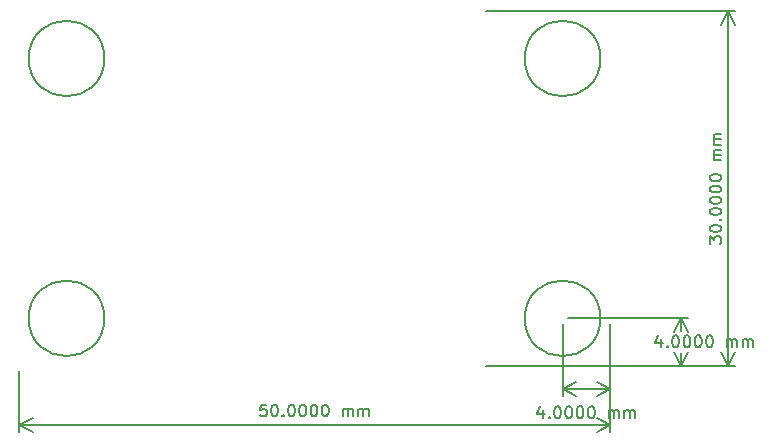
<source format=gbr>
%TF.GenerationSoftware,KiCad,Pcbnew,(6.0.6)*%
%TF.CreationDate,2022-09-16T10:14:36+09:00*%
%TF.ProjectId,LSM6DS3-breakout,4c534d36-4453-4332-9d62-7265616b6f75,rev?*%
%TF.SameCoordinates,Original*%
%TF.FileFunction,Other,Comment*%
%FSLAX46Y46*%
G04 Gerber Fmt 4.6, Leading zero omitted, Abs format (unit mm)*
G04 Created by KiCad (PCBNEW (6.0.6)) date 2022-09-16 10:14:36*
%MOMM*%
%LPD*%
G01*
G04 APERTURE LIST*
%ADD10C,0.150000*%
G04 APERTURE END LIST*
D10*
X158452380Y-84666666D02*
X158452380Y-84047619D01*
X158833333Y-84380952D01*
X158833333Y-84238095D01*
X158880952Y-84142857D01*
X158928571Y-84095238D01*
X159023809Y-84047619D01*
X159261904Y-84047619D01*
X159357142Y-84095238D01*
X159404761Y-84142857D01*
X159452380Y-84238095D01*
X159452380Y-84523809D01*
X159404761Y-84619047D01*
X159357142Y-84666666D01*
X158452380Y-83428571D02*
X158452380Y-83333333D01*
X158500000Y-83238095D01*
X158547619Y-83190476D01*
X158642857Y-83142857D01*
X158833333Y-83095238D01*
X159071428Y-83095238D01*
X159261904Y-83142857D01*
X159357142Y-83190476D01*
X159404761Y-83238095D01*
X159452380Y-83333333D01*
X159452380Y-83428571D01*
X159404761Y-83523809D01*
X159357142Y-83571428D01*
X159261904Y-83619047D01*
X159071428Y-83666666D01*
X158833333Y-83666666D01*
X158642857Y-83619047D01*
X158547619Y-83571428D01*
X158500000Y-83523809D01*
X158452380Y-83428571D01*
X159357142Y-82666666D02*
X159404761Y-82619047D01*
X159452380Y-82666666D01*
X159404761Y-82714285D01*
X159357142Y-82666666D01*
X159452380Y-82666666D01*
X158452380Y-82000000D02*
X158452380Y-81904761D01*
X158500000Y-81809523D01*
X158547619Y-81761904D01*
X158642857Y-81714285D01*
X158833333Y-81666666D01*
X159071428Y-81666666D01*
X159261904Y-81714285D01*
X159357142Y-81761904D01*
X159404761Y-81809523D01*
X159452380Y-81904761D01*
X159452380Y-82000000D01*
X159404761Y-82095238D01*
X159357142Y-82142857D01*
X159261904Y-82190476D01*
X159071428Y-82238095D01*
X158833333Y-82238095D01*
X158642857Y-82190476D01*
X158547619Y-82142857D01*
X158500000Y-82095238D01*
X158452380Y-82000000D01*
X158452380Y-81047619D02*
X158452380Y-80952380D01*
X158500000Y-80857142D01*
X158547619Y-80809523D01*
X158642857Y-80761904D01*
X158833333Y-80714285D01*
X159071428Y-80714285D01*
X159261904Y-80761904D01*
X159357142Y-80809523D01*
X159404761Y-80857142D01*
X159452380Y-80952380D01*
X159452380Y-81047619D01*
X159404761Y-81142857D01*
X159357142Y-81190476D01*
X159261904Y-81238095D01*
X159071428Y-81285714D01*
X158833333Y-81285714D01*
X158642857Y-81238095D01*
X158547619Y-81190476D01*
X158500000Y-81142857D01*
X158452380Y-81047619D01*
X158452380Y-80095238D02*
X158452380Y-80000000D01*
X158500000Y-79904761D01*
X158547619Y-79857142D01*
X158642857Y-79809523D01*
X158833333Y-79761904D01*
X159071428Y-79761904D01*
X159261904Y-79809523D01*
X159357142Y-79857142D01*
X159404761Y-79904761D01*
X159452380Y-80000000D01*
X159452380Y-80095238D01*
X159404761Y-80190476D01*
X159357142Y-80238095D01*
X159261904Y-80285714D01*
X159071428Y-80333333D01*
X158833333Y-80333333D01*
X158642857Y-80285714D01*
X158547619Y-80238095D01*
X158500000Y-80190476D01*
X158452380Y-80095238D01*
X158452380Y-79142857D02*
X158452380Y-79047619D01*
X158500000Y-78952380D01*
X158547619Y-78904761D01*
X158642857Y-78857142D01*
X158833333Y-78809523D01*
X159071428Y-78809523D01*
X159261904Y-78857142D01*
X159357142Y-78904761D01*
X159404761Y-78952380D01*
X159452380Y-79047619D01*
X159452380Y-79142857D01*
X159404761Y-79238095D01*
X159357142Y-79285714D01*
X159261904Y-79333333D01*
X159071428Y-79380952D01*
X158833333Y-79380952D01*
X158642857Y-79333333D01*
X158547619Y-79285714D01*
X158500000Y-79238095D01*
X158452380Y-79142857D01*
X159452380Y-77619047D02*
X158785714Y-77619047D01*
X158880952Y-77619047D02*
X158833333Y-77571428D01*
X158785714Y-77476190D01*
X158785714Y-77333333D01*
X158833333Y-77238095D01*
X158928571Y-77190476D01*
X159452380Y-77190476D01*
X158928571Y-77190476D02*
X158833333Y-77142857D01*
X158785714Y-77047619D01*
X158785714Y-76904761D01*
X158833333Y-76809523D01*
X158928571Y-76761904D01*
X159452380Y-76761904D01*
X159452380Y-76285714D02*
X158785714Y-76285714D01*
X158880952Y-76285714D02*
X158833333Y-76238095D01*
X158785714Y-76142857D01*
X158785714Y-76000000D01*
X158833333Y-75904761D01*
X158928571Y-75857142D01*
X159452380Y-75857142D01*
X158928571Y-75857142D02*
X158833333Y-75809523D01*
X158785714Y-75714285D01*
X158785714Y-75571428D01*
X158833333Y-75476190D01*
X158928571Y-75428571D01*
X159452380Y-75428571D01*
X139500000Y-65000000D02*
X160586420Y-65000000D01*
X139500000Y-95000000D02*
X160586420Y-95000000D01*
X160000000Y-65000000D02*
X160000000Y-95000000D01*
X160000000Y-65000000D02*
X160000000Y-95000000D01*
X160000000Y-65000000D02*
X159413579Y-66126504D01*
X160000000Y-65000000D02*
X160586421Y-66126504D01*
X160000000Y-95000000D02*
X160586421Y-93873496D01*
X160000000Y-95000000D02*
X159413579Y-93873496D01*
X120904761Y-98302380D02*
X120428571Y-98302380D01*
X120380952Y-98778571D01*
X120428571Y-98730952D01*
X120523809Y-98683333D01*
X120761904Y-98683333D01*
X120857142Y-98730952D01*
X120904761Y-98778571D01*
X120952380Y-98873809D01*
X120952380Y-99111904D01*
X120904761Y-99207142D01*
X120857142Y-99254761D01*
X120761904Y-99302380D01*
X120523809Y-99302380D01*
X120428571Y-99254761D01*
X120380952Y-99207142D01*
X121571428Y-98302380D02*
X121666666Y-98302380D01*
X121761904Y-98350000D01*
X121809523Y-98397619D01*
X121857142Y-98492857D01*
X121904761Y-98683333D01*
X121904761Y-98921428D01*
X121857142Y-99111904D01*
X121809523Y-99207142D01*
X121761904Y-99254761D01*
X121666666Y-99302380D01*
X121571428Y-99302380D01*
X121476190Y-99254761D01*
X121428571Y-99207142D01*
X121380952Y-99111904D01*
X121333333Y-98921428D01*
X121333333Y-98683333D01*
X121380952Y-98492857D01*
X121428571Y-98397619D01*
X121476190Y-98350000D01*
X121571428Y-98302380D01*
X122333333Y-99207142D02*
X122380952Y-99254761D01*
X122333333Y-99302380D01*
X122285714Y-99254761D01*
X122333333Y-99207142D01*
X122333333Y-99302380D01*
X123000000Y-98302380D02*
X123095238Y-98302380D01*
X123190476Y-98350000D01*
X123238095Y-98397619D01*
X123285714Y-98492857D01*
X123333333Y-98683333D01*
X123333333Y-98921428D01*
X123285714Y-99111904D01*
X123238095Y-99207142D01*
X123190476Y-99254761D01*
X123095238Y-99302380D01*
X123000000Y-99302380D01*
X122904761Y-99254761D01*
X122857142Y-99207142D01*
X122809523Y-99111904D01*
X122761904Y-98921428D01*
X122761904Y-98683333D01*
X122809523Y-98492857D01*
X122857142Y-98397619D01*
X122904761Y-98350000D01*
X123000000Y-98302380D01*
X123952380Y-98302380D02*
X124047619Y-98302380D01*
X124142857Y-98350000D01*
X124190476Y-98397619D01*
X124238095Y-98492857D01*
X124285714Y-98683333D01*
X124285714Y-98921428D01*
X124238095Y-99111904D01*
X124190476Y-99207142D01*
X124142857Y-99254761D01*
X124047619Y-99302380D01*
X123952380Y-99302380D01*
X123857142Y-99254761D01*
X123809523Y-99207142D01*
X123761904Y-99111904D01*
X123714285Y-98921428D01*
X123714285Y-98683333D01*
X123761904Y-98492857D01*
X123809523Y-98397619D01*
X123857142Y-98350000D01*
X123952380Y-98302380D01*
X124904761Y-98302380D02*
X125000000Y-98302380D01*
X125095238Y-98350000D01*
X125142857Y-98397619D01*
X125190476Y-98492857D01*
X125238095Y-98683333D01*
X125238095Y-98921428D01*
X125190476Y-99111904D01*
X125142857Y-99207142D01*
X125095238Y-99254761D01*
X125000000Y-99302380D01*
X124904761Y-99302380D01*
X124809523Y-99254761D01*
X124761904Y-99207142D01*
X124714285Y-99111904D01*
X124666666Y-98921428D01*
X124666666Y-98683333D01*
X124714285Y-98492857D01*
X124761904Y-98397619D01*
X124809523Y-98350000D01*
X124904761Y-98302380D01*
X125857142Y-98302380D02*
X125952380Y-98302380D01*
X126047619Y-98350000D01*
X126095238Y-98397619D01*
X126142857Y-98492857D01*
X126190476Y-98683333D01*
X126190476Y-98921428D01*
X126142857Y-99111904D01*
X126095238Y-99207142D01*
X126047619Y-99254761D01*
X125952380Y-99302380D01*
X125857142Y-99302380D01*
X125761904Y-99254761D01*
X125714285Y-99207142D01*
X125666666Y-99111904D01*
X125619047Y-98921428D01*
X125619047Y-98683333D01*
X125666666Y-98492857D01*
X125714285Y-98397619D01*
X125761904Y-98350000D01*
X125857142Y-98302380D01*
X127380952Y-99302380D02*
X127380952Y-98635714D01*
X127380952Y-98730952D02*
X127428571Y-98683333D01*
X127523809Y-98635714D01*
X127666666Y-98635714D01*
X127761904Y-98683333D01*
X127809523Y-98778571D01*
X127809523Y-99302380D01*
X127809523Y-98778571D02*
X127857142Y-98683333D01*
X127952380Y-98635714D01*
X128095238Y-98635714D01*
X128190476Y-98683333D01*
X128238095Y-98778571D01*
X128238095Y-99302380D01*
X128714285Y-99302380D02*
X128714285Y-98635714D01*
X128714285Y-98730952D02*
X128761904Y-98683333D01*
X128857142Y-98635714D01*
X129000000Y-98635714D01*
X129095238Y-98683333D01*
X129142857Y-98778571D01*
X129142857Y-99302380D01*
X129142857Y-98778571D02*
X129190476Y-98683333D01*
X129285714Y-98635714D01*
X129428571Y-98635714D01*
X129523809Y-98683333D01*
X129571428Y-98778571D01*
X129571428Y-99302380D01*
X100000000Y-95500000D02*
X100000000Y-100586420D01*
X150000000Y-95500000D02*
X150000000Y-100586420D01*
X100000000Y-100000000D02*
X150000000Y-100000000D01*
X100000000Y-100000000D02*
X150000000Y-100000000D01*
X100000000Y-100000000D02*
X101126504Y-100586421D01*
X100000000Y-100000000D02*
X101126504Y-99413579D01*
X150000000Y-100000000D02*
X148873496Y-99413579D01*
X150000000Y-100000000D02*
X148873496Y-100586421D01*
X154333333Y-92785714D02*
X154333333Y-93452380D01*
X154095238Y-92404761D02*
X153857142Y-93119047D01*
X154476190Y-93119047D01*
X154857142Y-93357142D02*
X154904761Y-93404761D01*
X154857142Y-93452380D01*
X154809523Y-93404761D01*
X154857142Y-93357142D01*
X154857142Y-93452380D01*
X155523809Y-92452380D02*
X155619047Y-92452380D01*
X155714285Y-92500000D01*
X155761904Y-92547619D01*
X155809523Y-92642857D01*
X155857142Y-92833333D01*
X155857142Y-93071428D01*
X155809523Y-93261904D01*
X155761904Y-93357142D01*
X155714285Y-93404761D01*
X155619047Y-93452380D01*
X155523809Y-93452380D01*
X155428571Y-93404761D01*
X155380952Y-93357142D01*
X155333333Y-93261904D01*
X155285714Y-93071428D01*
X155285714Y-92833333D01*
X155333333Y-92642857D01*
X155380952Y-92547619D01*
X155428571Y-92500000D01*
X155523809Y-92452380D01*
X156476190Y-92452380D02*
X156571428Y-92452380D01*
X156666666Y-92500000D01*
X156714285Y-92547619D01*
X156761904Y-92642857D01*
X156809523Y-92833333D01*
X156809523Y-93071428D01*
X156761904Y-93261904D01*
X156714285Y-93357142D01*
X156666666Y-93404761D01*
X156571428Y-93452380D01*
X156476190Y-93452380D01*
X156380952Y-93404761D01*
X156333333Y-93357142D01*
X156285714Y-93261904D01*
X156238095Y-93071428D01*
X156238095Y-92833333D01*
X156285714Y-92642857D01*
X156333333Y-92547619D01*
X156380952Y-92500000D01*
X156476190Y-92452380D01*
X157428571Y-92452380D02*
X157523809Y-92452380D01*
X157619047Y-92500000D01*
X157666666Y-92547619D01*
X157714285Y-92642857D01*
X157761904Y-92833333D01*
X157761904Y-93071428D01*
X157714285Y-93261904D01*
X157666666Y-93357142D01*
X157619047Y-93404761D01*
X157523809Y-93452380D01*
X157428571Y-93452380D01*
X157333333Y-93404761D01*
X157285714Y-93357142D01*
X157238095Y-93261904D01*
X157190476Y-93071428D01*
X157190476Y-92833333D01*
X157238095Y-92642857D01*
X157285714Y-92547619D01*
X157333333Y-92500000D01*
X157428571Y-92452380D01*
X158380952Y-92452380D02*
X158476190Y-92452380D01*
X158571428Y-92500000D01*
X158619047Y-92547619D01*
X158666666Y-92642857D01*
X158714285Y-92833333D01*
X158714285Y-93071428D01*
X158666666Y-93261904D01*
X158619047Y-93357142D01*
X158571428Y-93404761D01*
X158476190Y-93452380D01*
X158380952Y-93452380D01*
X158285714Y-93404761D01*
X158238095Y-93357142D01*
X158190476Y-93261904D01*
X158142857Y-93071428D01*
X158142857Y-92833333D01*
X158190476Y-92642857D01*
X158238095Y-92547619D01*
X158285714Y-92500000D01*
X158380952Y-92452380D01*
X159904761Y-93452380D02*
X159904761Y-92785714D01*
X159904761Y-92880952D02*
X159952380Y-92833333D01*
X160047619Y-92785714D01*
X160190476Y-92785714D01*
X160285714Y-92833333D01*
X160333333Y-92928571D01*
X160333333Y-93452380D01*
X160333333Y-92928571D02*
X160380952Y-92833333D01*
X160476190Y-92785714D01*
X160619047Y-92785714D01*
X160714285Y-92833333D01*
X160761904Y-92928571D01*
X160761904Y-93452380D01*
X161238095Y-93452380D02*
X161238095Y-92785714D01*
X161238095Y-92880952D02*
X161285714Y-92833333D01*
X161380952Y-92785714D01*
X161523809Y-92785714D01*
X161619047Y-92833333D01*
X161666666Y-92928571D01*
X161666666Y-93452380D01*
X161666666Y-92928571D02*
X161714285Y-92833333D01*
X161809523Y-92785714D01*
X161952380Y-92785714D01*
X162047619Y-92833333D01*
X162095238Y-92928571D01*
X162095238Y-93452380D01*
X146500000Y-91000000D02*
X156586420Y-91000000D01*
X146500000Y-95000000D02*
X156586420Y-95000000D01*
X156000000Y-91000000D02*
X156000000Y-92082500D01*
X156000000Y-93917500D02*
X156000000Y-95000000D01*
X156000000Y-91000000D02*
X155413579Y-92126504D01*
X156000000Y-91000000D02*
X156586421Y-92126504D01*
X156000000Y-95000000D02*
X156586421Y-93873496D01*
X156000000Y-95000000D02*
X155413579Y-93873496D01*
X144333333Y-98785714D02*
X144333333Y-99452380D01*
X144095238Y-98404761D02*
X143857142Y-99119047D01*
X144476190Y-99119047D01*
X144857142Y-99357142D02*
X144904761Y-99404761D01*
X144857142Y-99452380D01*
X144809523Y-99404761D01*
X144857142Y-99357142D01*
X144857142Y-99452380D01*
X145523809Y-98452380D02*
X145619047Y-98452380D01*
X145714285Y-98500000D01*
X145761904Y-98547619D01*
X145809523Y-98642857D01*
X145857142Y-98833333D01*
X145857142Y-99071428D01*
X145809523Y-99261904D01*
X145761904Y-99357142D01*
X145714285Y-99404761D01*
X145619047Y-99452380D01*
X145523809Y-99452380D01*
X145428571Y-99404761D01*
X145380952Y-99357142D01*
X145333333Y-99261904D01*
X145285714Y-99071428D01*
X145285714Y-98833333D01*
X145333333Y-98642857D01*
X145380952Y-98547619D01*
X145428571Y-98500000D01*
X145523809Y-98452380D01*
X146476190Y-98452380D02*
X146571428Y-98452380D01*
X146666666Y-98500000D01*
X146714285Y-98547619D01*
X146761904Y-98642857D01*
X146809523Y-98833333D01*
X146809523Y-99071428D01*
X146761904Y-99261904D01*
X146714285Y-99357142D01*
X146666666Y-99404761D01*
X146571428Y-99452380D01*
X146476190Y-99452380D01*
X146380952Y-99404761D01*
X146333333Y-99357142D01*
X146285714Y-99261904D01*
X146238095Y-99071428D01*
X146238095Y-98833333D01*
X146285714Y-98642857D01*
X146333333Y-98547619D01*
X146380952Y-98500000D01*
X146476190Y-98452380D01*
X147428571Y-98452380D02*
X147523809Y-98452380D01*
X147619047Y-98500000D01*
X147666666Y-98547619D01*
X147714285Y-98642857D01*
X147761904Y-98833333D01*
X147761904Y-99071428D01*
X147714285Y-99261904D01*
X147666666Y-99357142D01*
X147619047Y-99404761D01*
X147523809Y-99452380D01*
X147428571Y-99452380D01*
X147333333Y-99404761D01*
X147285714Y-99357142D01*
X147238095Y-99261904D01*
X147190476Y-99071428D01*
X147190476Y-98833333D01*
X147238095Y-98642857D01*
X147285714Y-98547619D01*
X147333333Y-98500000D01*
X147428571Y-98452380D01*
X148380952Y-98452380D02*
X148476190Y-98452380D01*
X148571428Y-98500000D01*
X148619047Y-98547619D01*
X148666666Y-98642857D01*
X148714285Y-98833333D01*
X148714285Y-99071428D01*
X148666666Y-99261904D01*
X148619047Y-99357142D01*
X148571428Y-99404761D01*
X148476190Y-99452380D01*
X148380952Y-99452380D01*
X148285714Y-99404761D01*
X148238095Y-99357142D01*
X148190476Y-99261904D01*
X148142857Y-99071428D01*
X148142857Y-98833333D01*
X148190476Y-98642857D01*
X148238095Y-98547619D01*
X148285714Y-98500000D01*
X148380952Y-98452380D01*
X149904761Y-99452380D02*
X149904761Y-98785714D01*
X149904761Y-98880952D02*
X149952380Y-98833333D01*
X150047619Y-98785714D01*
X150190476Y-98785714D01*
X150285714Y-98833333D01*
X150333333Y-98928571D01*
X150333333Y-99452380D01*
X150333333Y-98928571D02*
X150380952Y-98833333D01*
X150476190Y-98785714D01*
X150619047Y-98785714D01*
X150714285Y-98833333D01*
X150761904Y-98928571D01*
X150761904Y-99452380D01*
X151238095Y-99452380D02*
X151238095Y-98785714D01*
X151238095Y-98880952D02*
X151285714Y-98833333D01*
X151380952Y-98785714D01*
X151523809Y-98785714D01*
X151619047Y-98833333D01*
X151666666Y-98928571D01*
X151666666Y-99452380D01*
X151666666Y-98928571D02*
X151714285Y-98833333D01*
X151809523Y-98785714D01*
X151952380Y-98785714D01*
X152047619Y-98833333D01*
X152095238Y-98928571D01*
X152095238Y-99452380D01*
X150000000Y-91500000D02*
X150000000Y-97586420D01*
X146000000Y-91500000D02*
X146000000Y-97586420D01*
X150000000Y-97000000D02*
X146000000Y-97000000D01*
X150000000Y-97000000D02*
X146000000Y-97000000D01*
X150000000Y-97000000D02*
X148873496Y-96413579D01*
X150000000Y-97000000D02*
X148873496Y-97586421D01*
X146000000Y-97000000D02*
X147126504Y-97586421D01*
X146000000Y-97000000D02*
X147126504Y-96413579D01*
%TO.C,H3*%
X107200000Y-91000000D02*
G75*
G03*
X107200000Y-91000000I-3200000J0D01*
G01*
%TO.C,H4*%
X107200000Y-69000000D02*
G75*
G03*
X107200000Y-69000000I-3200000J0D01*
G01*
%TO.C,H2*%
X149200000Y-91000000D02*
G75*
G03*
X149200000Y-91000000I-3200000J0D01*
G01*
%TO.C,H1*%
X149200000Y-69000000D02*
G75*
G03*
X149200000Y-69000000I-3200000J0D01*
G01*
%TD*%
M02*

</source>
